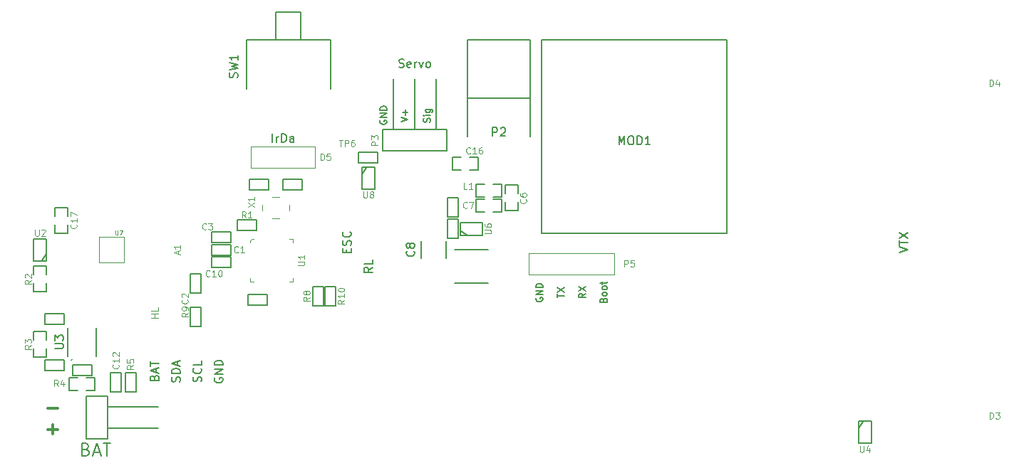
<source format=gbr>
G04 #@! TF.FileFunction,Legend,Top*
%FSLAX46Y46*%
G04 Gerber Fmt 4.6, Leading zero omitted, Abs format (unit mm)*
G04 Created by KiCad (PCBNEW 4.0.2+dfsg1-stable) date mer. 17 juil. 2019 11:13:31 CEST*
%MOMM*%
G01*
G04 APERTURE LIST*
%ADD10C,0.100000*%
%ADD11C,0.152400*%
%ADD12C,0.203200*%
%ADD13C,0.101600*%
%ADD14C,0.300000*%
%ADD15C,0.150000*%
%ADD16C,0.127000*%
%ADD17C,0.050000*%
%ADD18C,0.076200*%
%ADD19C,0.125000*%
G04 APERTURE END LIST*
D10*
D11*
X157432857Y-110985238D02*
X157470952Y-110870952D01*
X157509048Y-110832857D01*
X157585238Y-110794762D01*
X157699524Y-110794762D01*
X157775714Y-110832857D01*
X157813810Y-110870952D01*
X157851905Y-110947143D01*
X157851905Y-111251905D01*
X157051905Y-111251905D01*
X157051905Y-110985238D01*
X157090000Y-110909048D01*
X157128095Y-110870952D01*
X157204286Y-110832857D01*
X157280476Y-110832857D01*
X157356667Y-110870952D01*
X157394762Y-110909048D01*
X157432857Y-110985238D01*
X157432857Y-111251905D01*
X157851905Y-110337619D02*
X157813810Y-110413810D01*
X157775714Y-110451905D01*
X157699524Y-110490000D01*
X157470952Y-110490000D01*
X157394762Y-110451905D01*
X157356667Y-110413810D01*
X157318571Y-110337619D01*
X157318571Y-110223333D01*
X157356667Y-110147143D01*
X157394762Y-110109048D01*
X157470952Y-110070952D01*
X157699524Y-110070952D01*
X157775714Y-110109048D01*
X157813810Y-110147143D01*
X157851905Y-110223333D01*
X157851905Y-110337619D01*
X157851905Y-109613809D02*
X157813810Y-109690000D01*
X157775714Y-109728095D01*
X157699524Y-109766190D01*
X157470952Y-109766190D01*
X157394762Y-109728095D01*
X157356667Y-109690000D01*
X157318571Y-109613809D01*
X157318571Y-109499523D01*
X157356667Y-109423333D01*
X157394762Y-109385238D01*
X157470952Y-109347142D01*
X157699524Y-109347142D01*
X157775714Y-109385238D01*
X157813810Y-109423333D01*
X157851905Y-109499523D01*
X157851905Y-109613809D01*
X157318571Y-109118571D02*
X157318571Y-108813809D01*
X157051905Y-109004285D02*
X157737619Y-109004285D01*
X157813810Y-108966190D01*
X157851905Y-108889999D01*
X157851905Y-108813809D01*
X155311905Y-110213333D02*
X154930952Y-110480000D01*
X155311905Y-110670476D02*
X154511905Y-110670476D01*
X154511905Y-110365714D01*
X154550000Y-110289523D01*
X154588095Y-110251428D01*
X154664286Y-110213333D01*
X154778571Y-110213333D01*
X154854762Y-110251428D01*
X154892857Y-110289523D01*
X154930952Y-110365714D01*
X154930952Y-110670476D01*
X154511905Y-109946666D02*
X155311905Y-109413333D01*
X154511905Y-109413333D02*
X155311905Y-109946666D01*
X151981905Y-110699524D02*
X151981905Y-110242381D01*
X152781905Y-110470952D02*
X151981905Y-110470952D01*
X151981905Y-110051904D02*
X152781905Y-109518571D01*
X151981905Y-109518571D02*
X152781905Y-110051904D01*
X149450000Y-110729523D02*
X149411905Y-110805714D01*
X149411905Y-110919999D01*
X149450000Y-111034285D01*
X149526190Y-111110476D01*
X149602381Y-111148571D01*
X149754762Y-111186666D01*
X149869048Y-111186666D01*
X150021429Y-111148571D01*
X150097619Y-111110476D01*
X150173810Y-111034285D01*
X150211905Y-110919999D01*
X150211905Y-110843809D01*
X150173810Y-110729523D01*
X150135714Y-110691428D01*
X149869048Y-110691428D01*
X149869048Y-110843809D01*
X150211905Y-110348571D02*
X149411905Y-110348571D01*
X150211905Y-109891428D01*
X149411905Y-109891428D01*
X150211905Y-109510476D02*
X149411905Y-109510476D01*
X149411905Y-109320000D01*
X149450000Y-109205714D01*
X149526190Y-109129523D01*
X149602381Y-109091428D01*
X149754762Y-109053333D01*
X149869048Y-109053333D01*
X150021429Y-109091428D01*
X150097619Y-109129523D01*
X150173810Y-109205714D01*
X150211905Y-109320000D01*
X150211905Y-109510476D01*
D12*
X133152857Y-83264762D02*
X133295714Y-83312381D01*
X133533810Y-83312381D01*
X133629048Y-83264762D01*
X133676667Y-83217143D01*
X133724286Y-83121905D01*
X133724286Y-83026667D01*
X133676667Y-82931429D01*
X133629048Y-82883810D01*
X133533810Y-82836190D01*
X133343333Y-82788571D01*
X133248095Y-82740952D01*
X133200476Y-82693333D01*
X133152857Y-82598095D01*
X133152857Y-82502857D01*
X133200476Y-82407619D01*
X133248095Y-82360000D01*
X133343333Y-82312381D01*
X133581429Y-82312381D01*
X133724286Y-82360000D01*
X134533810Y-83264762D02*
X134438572Y-83312381D01*
X134248095Y-83312381D01*
X134152857Y-83264762D01*
X134105238Y-83169524D01*
X134105238Y-82788571D01*
X134152857Y-82693333D01*
X134248095Y-82645714D01*
X134438572Y-82645714D01*
X134533810Y-82693333D01*
X134581429Y-82788571D01*
X134581429Y-82883810D01*
X134105238Y-82979048D01*
X135010000Y-83312381D02*
X135010000Y-82645714D01*
X135010000Y-82836190D02*
X135057619Y-82740952D01*
X135105238Y-82693333D01*
X135200476Y-82645714D01*
X135295715Y-82645714D01*
X135533810Y-82645714D02*
X135771905Y-83312381D01*
X136010001Y-82645714D01*
X136533810Y-83312381D02*
X136438572Y-83264762D01*
X136390953Y-83217143D01*
X136343334Y-83121905D01*
X136343334Y-82836190D01*
X136390953Y-82740952D01*
X136438572Y-82693333D01*
X136533810Y-82645714D01*
X136676668Y-82645714D01*
X136771906Y-82693333D01*
X136819525Y-82740952D01*
X136867144Y-82836190D01*
X136867144Y-83121905D01*
X136819525Y-83217143D01*
X136771906Y-83264762D01*
X136676668Y-83312381D01*
X136533810Y-83312381D01*
D11*
X130930000Y-89609523D02*
X130891905Y-89685714D01*
X130891905Y-89799999D01*
X130930000Y-89914285D01*
X131006190Y-89990476D01*
X131082381Y-90028571D01*
X131234762Y-90066666D01*
X131349048Y-90066666D01*
X131501429Y-90028571D01*
X131577619Y-89990476D01*
X131653810Y-89914285D01*
X131691905Y-89799999D01*
X131691905Y-89723809D01*
X131653810Y-89609523D01*
X131615714Y-89571428D01*
X131349048Y-89571428D01*
X131349048Y-89723809D01*
X131691905Y-89228571D02*
X130891905Y-89228571D01*
X131691905Y-88771428D01*
X130891905Y-88771428D01*
X131691905Y-88390476D02*
X130891905Y-88390476D01*
X130891905Y-88200000D01*
X130930000Y-88085714D01*
X131006190Y-88009523D01*
X131082381Y-87971428D01*
X131234762Y-87933333D01*
X131349048Y-87933333D01*
X131501429Y-87971428D01*
X131577619Y-88009523D01*
X131653810Y-88085714D01*
X131691905Y-88200000D01*
X131691905Y-88390476D01*
X133371905Y-89751905D02*
X134171905Y-89485238D01*
X133371905Y-89218571D01*
X133867143Y-88951905D02*
X133867143Y-88342381D01*
X134171905Y-88647143D02*
X133562381Y-88647143D01*
X136813810Y-89800952D02*
X136851905Y-89686666D01*
X136851905Y-89496190D01*
X136813810Y-89420000D01*
X136775714Y-89381904D01*
X136699524Y-89343809D01*
X136623333Y-89343809D01*
X136547143Y-89381904D01*
X136509048Y-89420000D01*
X136470952Y-89496190D01*
X136432857Y-89648571D01*
X136394762Y-89724762D01*
X136356667Y-89762857D01*
X136280476Y-89800952D01*
X136204286Y-89800952D01*
X136128095Y-89762857D01*
X136090000Y-89724762D01*
X136051905Y-89648571D01*
X136051905Y-89458095D01*
X136090000Y-89343809D01*
X136851905Y-89000952D02*
X136318571Y-89000952D01*
X136051905Y-89000952D02*
X136090000Y-89039047D01*
X136128095Y-89000952D01*
X136090000Y-88962857D01*
X136051905Y-89000952D01*
X136128095Y-89000952D01*
X136318571Y-88277143D02*
X136966190Y-88277143D01*
X137042381Y-88315238D01*
X137080476Y-88353333D01*
X137118571Y-88429524D01*
X137118571Y-88543809D01*
X137080476Y-88620000D01*
X136813810Y-88277143D02*
X136851905Y-88353333D01*
X136851905Y-88505714D01*
X136813810Y-88581905D01*
X136775714Y-88620000D01*
X136699524Y-88658095D01*
X136470952Y-88658095D01*
X136394762Y-88620000D01*
X136356667Y-88581905D01*
X136318571Y-88505714D01*
X136318571Y-88353333D01*
X136356667Y-88277143D01*
X129972381Y-107095238D02*
X129496190Y-107428572D01*
X129972381Y-107666667D02*
X128972381Y-107666667D01*
X128972381Y-107285714D01*
X129020000Y-107190476D01*
X129067619Y-107142857D01*
X129162857Y-107095238D01*
X129305714Y-107095238D01*
X129400952Y-107142857D01*
X129448571Y-107190476D01*
X129496190Y-107285714D01*
X129496190Y-107666667D01*
X129972381Y-106190476D02*
X129972381Y-106666667D01*
X128972381Y-106666667D01*
D13*
X104491905Y-113092381D02*
X103691905Y-113092381D01*
X104072857Y-113092381D02*
X104072857Y-112635238D01*
X104491905Y-112635238D02*
X103691905Y-112635238D01*
X104491905Y-111873333D02*
X104491905Y-112254286D01*
X103691905Y-112254286D01*
D11*
X126908571Y-105320476D02*
X126908571Y-104987142D01*
X127432381Y-104844285D02*
X127432381Y-105320476D01*
X126432381Y-105320476D01*
X126432381Y-104844285D01*
X127384762Y-104463333D02*
X127432381Y-104320476D01*
X127432381Y-104082380D01*
X127384762Y-103987142D01*
X127337143Y-103939523D01*
X127241905Y-103891904D01*
X127146667Y-103891904D01*
X127051429Y-103939523D01*
X127003810Y-103987142D01*
X126956190Y-104082380D01*
X126908571Y-104272857D01*
X126860952Y-104368095D01*
X126813333Y-104415714D01*
X126718095Y-104463333D01*
X126622857Y-104463333D01*
X126527619Y-104415714D01*
X126480000Y-104368095D01*
X126432381Y-104272857D01*
X126432381Y-104034761D01*
X126480000Y-103891904D01*
X127337143Y-102891904D02*
X127384762Y-102939523D01*
X127432381Y-103082380D01*
X127432381Y-103177618D01*
X127384762Y-103320476D01*
X127289524Y-103415714D01*
X127194286Y-103463333D01*
X127003810Y-103510952D01*
X126860952Y-103510952D01*
X126670476Y-103463333D01*
X126575238Y-103415714D01*
X126480000Y-103320476D01*
X126432381Y-103177618D01*
X126432381Y-103082380D01*
X126480000Y-102939523D01*
X126527619Y-102891904D01*
X118108095Y-92202381D02*
X118108095Y-91202381D01*
X118584285Y-92202381D02*
X118584285Y-91535714D01*
X118584285Y-91726190D02*
X118631904Y-91630952D01*
X118679523Y-91583333D01*
X118774761Y-91535714D01*
X118870000Y-91535714D01*
X119203333Y-92202381D02*
X119203333Y-91202381D01*
X119441428Y-91202381D01*
X119584286Y-91250000D01*
X119679524Y-91345238D01*
X119727143Y-91440476D01*
X119774762Y-91630952D01*
X119774762Y-91773810D01*
X119727143Y-91964286D01*
X119679524Y-92059524D01*
X119584286Y-92154762D01*
X119441428Y-92202381D01*
X119203333Y-92202381D01*
X120631905Y-92202381D02*
X120631905Y-91678571D01*
X120584286Y-91583333D01*
X120489048Y-91535714D01*
X120298571Y-91535714D01*
X120203333Y-91583333D01*
X120631905Y-92154762D02*
X120536667Y-92202381D01*
X120298571Y-92202381D01*
X120203333Y-92154762D01*
X120155714Y-92059524D01*
X120155714Y-91964286D01*
X120203333Y-91869048D01*
X120298571Y-91821429D01*
X120536667Y-91821429D01*
X120631905Y-91773810D01*
X104068571Y-120238095D02*
X104116190Y-120095238D01*
X104163810Y-120047619D01*
X104259048Y-120000000D01*
X104401905Y-120000000D01*
X104497143Y-120047619D01*
X104544762Y-120095238D01*
X104592381Y-120190476D01*
X104592381Y-120571429D01*
X103592381Y-120571429D01*
X103592381Y-120238095D01*
X103640000Y-120142857D01*
X103687619Y-120095238D01*
X103782857Y-120047619D01*
X103878095Y-120047619D01*
X103973333Y-120095238D01*
X104020952Y-120142857D01*
X104068571Y-120238095D01*
X104068571Y-120571429D01*
X104306667Y-119619048D02*
X104306667Y-119142857D01*
X104592381Y-119714286D02*
X103592381Y-119380953D01*
X104592381Y-119047619D01*
X103592381Y-118857143D02*
X103592381Y-118285714D01*
X104592381Y-118571429D02*
X103592381Y-118571429D01*
X107084762Y-120714286D02*
X107132381Y-120571429D01*
X107132381Y-120333333D01*
X107084762Y-120238095D01*
X107037143Y-120190476D01*
X106941905Y-120142857D01*
X106846667Y-120142857D01*
X106751429Y-120190476D01*
X106703810Y-120238095D01*
X106656190Y-120333333D01*
X106608571Y-120523810D01*
X106560952Y-120619048D01*
X106513333Y-120666667D01*
X106418095Y-120714286D01*
X106322857Y-120714286D01*
X106227619Y-120666667D01*
X106180000Y-120619048D01*
X106132381Y-120523810D01*
X106132381Y-120285714D01*
X106180000Y-120142857D01*
X107132381Y-119714286D02*
X106132381Y-119714286D01*
X106132381Y-119476191D01*
X106180000Y-119333333D01*
X106275238Y-119238095D01*
X106370476Y-119190476D01*
X106560952Y-119142857D01*
X106703810Y-119142857D01*
X106894286Y-119190476D01*
X106989524Y-119238095D01*
X107084762Y-119333333D01*
X107132381Y-119476191D01*
X107132381Y-119714286D01*
X106846667Y-118761905D02*
X106846667Y-118285714D01*
X107132381Y-118857143D02*
X106132381Y-118523810D01*
X107132381Y-118190476D01*
X109624762Y-120690476D02*
X109672381Y-120547619D01*
X109672381Y-120309523D01*
X109624762Y-120214285D01*
X109577143Y-120166666D01*
X109481905Y-120119047D01*
X109386667Y-120119047D01*
X109291429Y-120166666D01*
X109243810Y-120214285D01*
X109196190Y-120309523D01*
X109148571Y-120500000D01*
X109100952Y-120595238D01*
X109053333Y-120642857D01*
X108958095Y-120690476D01*
X108862857Y-120690476D01*
X108767619Y-120642857D01*
X108720000Y-120595238D01*
X108672381Y-120500000D01*
X108672381Y-120261904D01*
X108720000Y-120119047D01*
X109577143Y-119119047D02*
X109624762Y-119166666D01*
X109672381Y-119309523D01*
X109672381Y-119404761D01*
X109624762Y-119547619D01*
X109529524Y-119642857D01*
X109434286Y-119690476D01*
X109243810Y-119738095D01*
X109100952Y-119738095D01*
X108910476Y-119690476D01*
X108815238Y-119642857D01*
X108720000Y-119547619D01*
X108672381Y-119404761D01*
X108672381Y-119309523D01*
X108720000Y-119166666D01*
X108767619Y-119119047D01*
X109672381Y-118214285D02*
X109672381Y-118690476D01*
X108672381Y-118690476D01*
X111260000Y-120261904D02*
X111212381Y-120357142D01*
X111212381Y-120499999D01*
X111260000Y-120642857D01*
X111355238Y-120738095D01*
X111450476Y-120785714D01*
X111640952Y-120833333D01*
X111783810Y-120833333D01*
X111974286Y-120785714D01*
X112069524Y-120738095D01*
X112164762Y-120642857D01*
X112212381Y-120499999D01*
X112212381Y-120404761D01*
X112164762Y-120261904D01*
X112117143Y-120214285D01*
X111783810Y-120214285D01*
X111783810Y-120404761D01*
X112212381Y-119785714D02*
X111212381Y-119785714D01*
X112212381Y-119214285D01*
X111212381Y-119214285D01*
X112212381Y-118738095D02*
X111212381Y-118738095D01*
X111212381Y-118500000D01*
X111260000Y-118357142D01*
X111355238Y-118261904D01*
X111450476Y-118214285D01*
X111640952Y-118166666D01*
X111783810Y-118166666D01*
X111974286Y-118214285D01*
X112069524Y-118261904D01*
X112164762Y-118357142D01*
X112212381Y-118500000D01*
X112212381Y-118738095D01*
X192602381Y-105330476D02*
X193602381Y-104997143D01*
X192602381Y-104663809D01*
X192602381Y-104473333D02*
X192602381Y-103901904D01*
X193602381Y-104187619D02*
X192602381Y-104187619D01*
X192602381Y-103663809D02*
X193602381Y-102997142D01*
X192602381Y-102997142D02*
X193602381Y-103663809D01*
D14*
X91428572Y-126377143D02*
X92571429Y-126377143D01*
X92000000Y-126948571D02*
X92000000Y-125805714D01*
X91438572Y-123837143D02*
X92581429Y-123837143D01*
D15*
X148700000Y-87000000D02*
X141300000Y-87000000D01*
X141300000Y-91500000D02*
X141300000Y-80000000D01*
X141300000Y-80000000D02*
X148700000Y-80000000D01*
X148700000Y-80000000D02*
X148700000Y-91500000D01*
D16*
X91262000Y-109008000D02*
X91262000Y-110024000D01*
X91262000Y-110024000D02*
X89738000Y-110024000D01*
X89738000Y-110024000D02*
X89738000Y-109008000D01*
X89738000Y-107992000D02*
X89738000Y-106976000D01*
X89738000Y-106976000D02*
X91262000Y-106976000D01*
X91262000Y-106976000D02*
X91262000Y-107992000D01*
X91262000Y-105508000D02*
X90754000Y-106270000D01*
X91262000Y-103730000D02*
X91262000Y-106333500D01*
X91262000Y-106333500D02*
X89738000Y-106333500D01*
X89738000Y-106333500D02*
X89738000Y-103730000D01*
X89738000Y-103730000D02*
X91262000Y-103730000D01*
D15*
X98540000Y-123730000D02*
X104540000Y-123730000D01*
X98540000Y-126270000D02*
X104540000Y-126270000D01*
X96000000Y-127540000D02*
X96000000Y-122460000D01*
X96000000Y-122460000D02*
X98540000Y-122460000D01*
X98540000Y-122460000D02*
X98540000Y-127540000D01*
X98540000Y-127540000D02*
X96000000Y-127540000D01*
X150100000Y-80030000D02*
X172100000Y-80030000D01*
X172100000Y-80030000D02*
X172100000Y-103030000D01*
X172100000Y-103030000D02*
X150100000Y-103030000D01*
X150100000Y-103030000D02*
X150100000Y-80030000D01*
D16*
X110857000Y-104365000D02*
X113143000Y-104365000D01*
X113143000Y-104365000D02*
X113143000Y-105635000D01*
X113143000Y-105635000D02*
X110857000Y-105635000D01*
X110857000Y-105635000D02*
X110857000Y-104365000D01*
X108365000Y-110143000D02*
X108365000Y-107857000D01*
X108365000Y-107857000D02*
X109635000Y-107857000D01*
X109635000Y-107857000D02*
X109635000Y-110143000D01*
X109635000Y-110143000D02*
X108365000Y-110143000D01*
X113143000Y-104135000D02*
X110857000Y-104135000D01*
X110857000Y-104135000D02*
X110857000Y-102865000D01*
X110857000Y-102865000D02*
X113143000Y-102865000D01*
X113143000Y-102865000D02*
X113143000Y-104135000D01*
X116193000Y-102745000D02*
X113907000Y-102745000D01*
X113907000Y-102745000D02*
X113907000Y-101475000D01*
X113907000Y-101475000D02*
X116193000Y-101475000D01*
X116193000Y-101475000D02*
X116193000Y-102745000D01*
D10*
X118900000Y-98750000D02*
X118100000Y-98750000D01*
X118900000Y-101250000D02*
X118100000Y-101250000D01*
X116900000Y-100300000D02*
X116900000Y-99700000D01*
X120100000Y-99700000D02*
X120100000Y-100300000D01*
D16*
X117643000Y-97885000D02*
X115357000Y-97885000D01*
X115357000Y-97885000D02*
X115357000Y-96615000D01*
X115357000Y-96615000D02*
X117643000Y-96615000D01*
X117643000Y-96615000D02*
X117643000Y-97885000D01*
X119357000Y-96615000D02*
X121643000Y-96615000D01*
X121643000Y-96615000D02*
X121643000Y-97885000D01*
X121643000Y-97885000D02*
X119357000Y-97885000D01*
X119357000Y-97885000D02*
X119357000Y-96615000D01*
X113143000Y-107135000D02*
X110857000Y-107135000D01*
X110857000Y-107135000D02*
X110857000Y-105865000D01*
X110857000Y-105865000D02*
X113143000Y-105865000D01*
X113143000Y-105865000D02*
X113143000Y-107135000D01*
X117523000Y-111635000D02*
X115237000Y-111635000D01*
X115237000Y-111635000D02*
X115237000Y-110365000D01*
X115237000Y-110365000D02*
X117523000Y-110365000D01*
X117523000Y-110365000D02*
X117523000Y-111635000D01*
D15*
X121500000Y-79990000D02*
X121500000Y-76690000D01*
X121500000Y-76690000D02*
X118500000Y-76690000D01*
X118500000Y-76690000D02*
X118500000Y-79990000D01*
X115000000Y-85890000D02*
X115000000Y-79990000D01*
X115000000Y-79990000D02*
X125000000Y-79990000D01*
X125000000Y-79990000D02*
X125000000Y-85890000D01*
D16*
X98865000Y-121893000D02*
X98865000Y-119607000D01*
X98865000Y-119607000D02*
X100135000Y-119607000D01*
X100135000Y-119607000D02*
X100135000Y-121893000D01*
X100135000Y-121893000D02*
X98865000Y-121893000D01*
X101885000Y-119607000D02*
X101885000Y-121893000D01*
X101885000Y-121893000D02*
X100615000Y-121893000D01*
X100615000Y-121893000D02*
X100615000Y-119607000D01*
X100615000Y-119607000D02*
X101885000Y-119607000D01*
X94942000Y-121762000D02*
X93926000Y-121762000D01*
X93926000Y-121762000D02*
X93926000Y-120238000D01*
X93926000Y-120238000D02*
X94942000Y-120238000D01*
X95958000Y-120238000D02*
X96974000Y-120238000D01*
X96974000Y-120238000D02*
X96974000Y-121762000D01*
X96974000Y-121762000D02*
X95958000Y-121762000D01*
D15*
X132460000Y-90710000D02*
X132460000Y-84710000D01*
X135000000Y-90710000D02*
X135000000Y-84710000D01*
X137540000Y-90710000D02*
X137540000Y-84710000D01*
X138810000Y-93250000D02*
X131190000Y-93250000D01*
X131190000Y-93250000D02*
X131190000Y-90710000D01*
X131190000Y-90710000D02*
X138810000Y-90710000D01*
X138810000Y-90710000D02*
X138810000Y-93250000D01*
D16*
X187738000Y-126262000D02*
X188246000Y-125500000D01*
X187738000Y-128040000D02*
X187738000Y-125436500D01*
X187738000Y-125436500D02*
X189262000Y-125436500D01*
X189262000Y-125436500D02*
X189262000Y-128040000D01*
X189262000Y-128040000D02*
X187738000Y-128040000D01*
X145758000Y-98342000D02*
X145758000Y-97326000D01*
X145758000Y-97326000D02*
X147282000Y-97326000D01*
X147282000Y-97326000D02*
X147282000Y-98342000D01*
X147282000Y-99358000D02*
X147282000Y-100374000D01*
X147282000Y-100374000D02*
X145758000Y-100374000D01*
X145758000Y-100374000D02*
X145758000Y-99358000D01*
X143292000Y-100472000D02*
X142276000Y-100472000D01*
X142276000Y-100472000D02*
X142276000Y-98948000D01*
X142276000Y-98948000D02*
X143292000Y-98948000D01*
X144308000Y-98948000D02*
X145324000Y-98948000D01*
X145324000Y-98948000D02*
X145324000Y-100472000D01*
X145324000Y-100472000D02*
X144308000Y-100472000D01*
D15*
X135775000Y-104000000D02*
X135775000Y-106000000D01*
X138725000Y-106000000D02*
X138725000Y-104000000D01*
X143750000Y-105000000D02*
X139750000Y-105000000D01*
X143750000Y-109000000D02*
X139750000Y-109000000D01*
D16*
X138865000Y-103643000D02*
X138865000Y-101357000D01*
X138865000Y-101357000D02*
X140135000Y-101357000D01*
X140135000Y-101357000D02*
X140135000Y-103643000D01*
X140135000Y-103643000D02*
X138865000Y-103643000D01*
X138865000Y-101103000D02*
X138865000Y-98817000D01*
X138865000Y-98817000D02*
X140135000Y-98817000D01*
X140135000Y-98817000D02*
X140135000Y-101103000D01*
X140135000Y-101103000D02*
X138865000Y-101103000D01*
D17*
X100500000Y-103500000D02*
X100500000Y-106500000D01*
X100500000Y-106500000D02*
X97500000Y-106500000D01*
X97500000Y-106500000D02*
X97500000Y-103500000D01*
X97500000Y-103500000D02*
X100500000Y-103500000D01*
D13*
X115485400Y-104116400D02*
X115485400Y-103913200D01*
X115485400Y-103913200D02*
X115663200Y-103735400D01*
X115663200Y-103735400D02*
X115866400Y-103735400D01*
X120514600Y-103735400D02*
X120133600Y-103735400D01*
X120514600Y-103735400D02*
X120514600Y-104116400D01*
X120514600Y-108764600D02*
X120514600Y-108383600D01*
X120514600Y-108764600D02*
X120133600Y-108764600D01*
X115485400Y-108764600D02*
X115866400Y-108764600D01*
X115485400Y-108764600D02*
X115485400Y-108383600D01*
D16*
X124135000Y-109357000D02*
X124135000Y-111643000D01*
X124135000Y-111643000D02*
X122865000Y-111643000D01*
X122865000Y-111643000D02*
X122865000Y-109357000D01*
X122865000Y-109357000D02*
X124135000Y-109357000D01*
X108365000Y-114143000D02*
X108365000Y-111857000D01*
X108365000Y-111857000D02*
X109635000Y-111857000D01*
X109635000Y-111857000D02*
X109635000Y-114143000D01*
X109635000Y-114143000D02*
X108365000Y-114143000D01*
X125645000Y-109357000D02*
X125645000Y-111643000D01*
X125645000Y-111643000D02*
X124375000Y-111643000D01*
X124375000Y-111643000D02*
X124375000Y-109357000D01*
X124375000Y-109357000D02*
X125645000Y-109357000D01*
X93393000Y-119385000D02*
X91107000Y-119385000D01*
X91107000Y-119385000D02*
X91107000Y-118115000D01*
X91107000Y-118115000D02*
X93393000Y-118115000D01*
X93393000Y-118115000D02*
X93393000Y-119385000D01*
X94367000Y-118715000D02*
X96653000Y-118715000D01*
X96653000Y-118715000D02*
X96653000Y-119985000D01*
X96653000Y-119985000D02*
X94367000Y-119985000D01*
X94367000Y-119985000D02*
X94367000Y-118715000D01*
D11*
X97126400Y-117676400D02*
X97126400Y-114323600D01*
X93773600Y-114323600D02*
X93773600Y-117676400D01*
X94300749Y-118098958D02*
G75*
G03X94173800Y-118155800I-50749J-56842D01*
G01*
D10*
X115570000Y-92710000D02*
X123190000Y-92710000D01*
X123190000Y-92710000D02*
X123190000Y-95250000D01*
X123190000Y-95250000D02*
X115570000Y-95250000D01*
X115570000Y-95250000D02*
X115570000Y-92710000D01*
D16*
X128738000Y-95992000D02*
X129246000Y-95230000D01*
X128738000Y-97770000D02*
X128738000Y-95166500D01*
X128738000Y-95166500D02*
X130262000Y-95166500D01*
X130262000Y-95166500D02*
X130262000Y-97770000D01*
X130262000Y-97770000D02*
X128738000Y-97770000D01*
X130643000Y-94635000D02*
X128357000Y-94635000D01*
X128357000Y-94635000D02*
X128357000Y-93365000D01*
X128357000Y-93365000D02*
X130643000Y-93365000D01*
X130643000Y-93365000D02*
X130643000Y-94635000D01*
X140492000Y-95512000D02*
X139476000Y-95512000D01*
X139476000Y-95512000D02*
X139476000Y-93988000D01*
X139476000Y-93988000D02*
X140492000Y-93988000D01*
X141508000Y-93988000D02*
X142524000Y-93988000D01*
X142524000Y-93988000D02*
X142524000Y-95512000D01*
X142524000Y-95512000D02*
X141508000Y-95512000D01*
X93762000Y-102008000D02*
X93762000Y-103024000D01*
X93762000Y-103024000D02*
X92238000Y-103024000D01*
X92238000Y-103024000D02*
X92238000Y-102008000D01*
X92238000Y-100992000D02*
X92238000Y-99976000D01*
X92238000Y-99976000D02*
X93762000Y-99976000D01*
X93762000Y-99976000D02*
X93762000Y-100992000D01*
X144308000Y-97228000D02*
X145324000Y-97228000D01*
X145324000Y-97228000D02*
X145324000Y-98752000D01*
X145324000Y-98752000D02*
X144308000Y-98752000D01*
X143292000Y-98752000D02*
X142276000Y-98752000D01*
X142276000Y-98752000D02*
X142276000Y-97228000D01*
X142276000Y-97228000D02*
X143292000Y-97228000D01*
X141242000Y-103262000D02*
X140480000Y-102754000D01*
X143020000Y-103262000D02*
X140416500Y-103262000D01*
X140416500Y-103262000D02*
X140416500Y-101738000D01*
X140416500Y-101738000D02*
X143020000Y-101738000D01*
X143020000Y-101738000D02*
X143020000Y-103262000D01*
D10*
X148590000Y-105410000D02*
X158750000Y-105410000D01*
X158750000Y-105410000D02*
X158750000Y-107950000D01*
X158750000Y-107950000D02*
X148590000Y-107950000D01*
X148590000Y-107950000D02*
X148590000Y-105410000D01*
D16*
X91262000Y-116758000D02*
X91262000Y-117774000D01*
X91262000Y-117774000D02*
X89738000Y-117774000D01*
X89738000Y-117774000D02*
X89738000Y-116758000D01*
X89738000Y-115742000D02*
X89738000Y-114726000D01*
X89738000Y-114726000D02*
X91262000Y-114726000D01*
X91262000Y-114726000D02*
X91262000Y-115742000D01*
X93393000Y-113895000D02*
X91107000Y-113895000D01*
X91107000Y-113895000D02*
X91107000Y-112625000D01*
X91107000Y-112625000D02*
X93393000Y-112625000D01*
X93393000Y-112625000D02*
X93393000Y-113895000D01*
D15*
X144261905Y-91472381D02*
X144261905Y-90472381D01*
X144642858Y-90472381D01*
X144738096Y-90520000D01*
X144785715Y-90567619D01*
X144833334Y-90662857D01*
X144833334Y-90805714D01*
X144785715Y-90900952D01*
X144738096Y-90948571D01*
X144642858Y-90996190D01*
X144261905Y-90996190D01*
X145214286Y-90567619D02*
X145261905Y-90520000D01*
X145357143Y-90472381D01*
X145595239Y-90472381D01*
X145690477Y-90520000D01*
X145738096Y-90567619D01*
X145785715Y-90662857D01*
X145785715Y-90758095D01*
X145738096Y-90900952D01*
X145166667Y-91472381D01*
X145785715Y-91472381D01*
D13*
X89444714Y-108627000D02*
X89081857Y-108881000D01*
X89444714Y-109062428D02*
X88682714Y-109062428D01*
X88682714Y-108772143D01*
X88719000Y-108699571D01*
X88755286Y-108663286D01*
X88827857Y-108627000D01*
X88936714Y-108627000D01*
X89009286Y-108663286D01*
X89045571Y-108699571D01*
X89081857Y-108772143D01*
X89081857Y-109062428D01*
X88755286Y-108336714D02*
X88719000Y-108300428D01*
X88682714Y-108227857D01*
X88682714Y-108046428D01*
X88719000Y-107973857D01*
X88755286Y-107937571D01*
X88827857Y-107901286D01*
X88900429Y-107901286D01*
X89009286Y-107937571D01*
X89444714Y-108373000D01*
X89444714Y-107901286D01*
D18*
X89919429Y-102583734D02*
X89919429Y-103200591D01*
X89955714Y-103273163D01*
X89992000Y-103309449D01*
X90064571Y-103345734D01*
X90209714Y-103345734D01*
X90282286Y-103309449D01*
X90318571Y-103273163D01*
X90354857Y-103200591D01*
X90354857Y-102583734D01*
X90681429Y-102656306D02*
X90717715Y-102620020D01*
X90790286Y-102583734D01*
X90971715Y-102583734D01*
X91044286Y-102620020D01*
X91080572Y-102656306D01*
X91116857Y-102728877D01*
X91116857Y-102801449D01*
X91080572Y-102910306D01*
X90645143Y-103345734D01*
X91116857Y-103345734D01*
D12*
X95932858Y-128772857D02*
X96147144Y-128844286D01*
X96218572Y-128915714D01*
X96290001Y-129058571D01*
X96290001Y-129272857D01*
X96218572Y-129415714D01*
X96147144Y-129487143D01*
X96004286Y-129558571D01*
X95432858Y-129558571D01*
X95432858Y-128058571D01*
X95932858Y-128058571D01*
X96075715Y-128130000D01*
X96147144Y-128201429D01*
X96218572Y-128344286D01*
X96218572Y-128487143D01*
X96147144Y-128630000D01*
X96075715Y-128701429D01*
X95932858Y-128772857D01*
X95432858Y-128772857D01*
X96861429Y-129130000D02*
X97575715Y-129130000D01*
X96718572Y-129558571D02*
X97218572Y-128058571D01*
X97718572Y-129558571D01*
X98004286Y-128058571D02*
X98861429Y-128058571D01*
X98432858Y-129558571D02*
X98432858Y-128058571D01*
D15*
X159266667Y-92482381D02*
X159266667Y-91482381D01*
X159600001Y-92196667D01*
X159933334Y-91482381D01*
X159933334Y-92482381D01*
X160600000Y-91482381D02*
X160790477Y-91482381D01*
X160885715Y-91530000D01*
X160980953Y-91625238D01*
X161028572Y-91815714D01*
X161028572Y-92149048D01*
X160980953Y-92339524D01*
X160885715Y-92434762D01*
X160790477Y-92482381D01*
X160600000Y-92482381D01*
X160504762Y-92434762D01*
X160409524Y-92339524D01*
X160361905Y-92149048D01*
X160361905Y-91815714D01*
X160409524Y-91625238D01*
X160504762Y-91530000D01*
X160600000Y-91482381D01*
X161457143Y-92482381D02*
X161457143Y-91482381D01*
X161695238Y-91482381D01*
X161838096Y-91530000D01*
X161933334Y-91625238D01*
X161980953Y-91720476D01*
X162028572Y-91910952D01*
X162028572Y-92053810D01*
X161980953Y-92244286D01*
X161933334Y-92339524D01*
X161838096Y-92434762D01*
X161695238Y-92482381D01*
X161457143Y-92482381D01*
X162980953Y-92482381D02*
X162409524Y-92482381D01*
X162695238Y-92482381D02*
X162695238Y-91482381D01*
X162600000Y-91625238D01*
X162504762Y-91720476D01*
X162409524Y-91768095D01*
D13*
X106927000Y-105544285D02*
X106927000Y-105181428D01*
X107144714Y-105616857D02*
X106382714Y-105362857D01*
X107144714Y-105108857D01*
X107144714Y-104455714D02*
X107144714Y-104891142D01*
X107144714Y-104673428D02*
X106382714Y-104673428D01*
X106491571Y-104745999D01*
X106564143Y-104818571D01*
X106600429Y-104891142D01*
X114023000Y-105272143D02*
X113986714Y-105308429D01*
X113877857Y-105344714D01*
X113805286Y-105344714D01*
X113696429Y-105308429D01*
X113623857Y-105235857D01*
X113587572Y-105163286D01*
X113551286Y-105018143D01*
X113551286Y-104909286D01*
X113587572Y-104764143D01*
X113623857Y-104691571D01*
X113696429Y-104619000D01*
X113805286Y-104582714D01*
X113877857Y-104582714D01*
X113986714Y-104619000D01*
X114023000Y-104655286D01*
X114748714Y-105344714D02*
X114313286Y-105344714D01*
X114531000Y-105344714D02*
X114531000Y-104582714D01*
X114458429Y-104691571D01*
X114385857Y-104764143D01*
X114313286Y-104800429D01*
X107992143Y-110937000D02*
X108028429Y-110973286D01*
X108064714Y-111082143D01*
X108064714Y-111154714D01*
X108028429Y-111263571D01*
X107955857Y-111336143D01*
X107883286Y-111372428D01*
X107738143Y-111408714D01*
X107629286Y-111408714D01*
X107484143Y-111372428D01*
X107411571Y-111336143D01*
X107339000Y-111263571D01*
X107302714Y-111154714D01*
X107302714Y-111082143D01*
X107339000Y-110973286D01*
X107375286Y-110937000D01*
X107375286Y-110646714D02*
X107339000Y-110610428D01*
X107302714Y-110537857D01*
X107302714Y-110356428D01*
X107339000Y-110283857D01*
X107375286Y-110247571D01*
X107447857Y-110211286D01*
X107520429Y-110211286D01*
X107629286Y-110247571D01*
X108064714Y-110683000D01*
X108064714Y-110211286D01*
X110233000Y-102522143D02*
X110196714Y-102558429D01*
X110087857Y-102594714D01*
X110015286Y-102594714D01*
X109906429Y-102558429D01*
X109833857Y-102485857D01*
X109797572Y-102413286D01*
X109761286Y-102268143D01*
X109761286Y-102159286D01*
X109797572Y-102014143D01*
X109833857Y-101941571D01*
X109906429Y-101869000D01*
X110015286Y-101832714D01*
X110087857Y-101832714D01*
X110196714Y-101869000D01*
X110233000Y-101905286D01*
X110487000Y-101832714D02*
X110958714Y-101832714D01*
X110704714Y-102123000D01*
X110813572Y-102123000D01*
X110886143Y-102159286D01*
X110922429Y-102195571D01*
X110958714Y-102268143D01*
X110958714Y-102449571D01*
X110922429Y-102522143D01*
X110886143Y-102558429D01*
X110813572Y-102594714D01*
X110595857Y-102594714D01*
X110523286Y-102558429D01*
X110487000Y-102522143D01*
X114923000Y-101214714D02*
X114669000Y-100851857D01*
X114487572Y-101214714D02*
X114487572Y-100452714D01*
X114777857Y-100452714D01*
X114850429Y-100489000D01*
X114886714Y-100525286D01*
X114923000Y-100597857D01*
X114923000Y-100706714D01*
X114886714Y-100779286D01*
X114850429Y-100815571D01*
X114777857Y-100851857D01*
X114487572Y-100851857D01*
X115648714Y-101214714D02*
X115213286Y-101214714D01*
X115431000Y-101214714D02*
X115431000Y-100452714D01*
X115358429Y-100561571D01*
X115285857Y-100634143D01*
X115213286Y-100670429D01*
D18*
X115182714Y-99946857D02*
X115944714Y-99438857D01*
X115182714Y-99438857D02*
X115944714Y-99946857D01*
X115944714Y-98749429D02*
X115944714Y-99184857D01*
X115944714Y-98967143D02*
X115182714Y-98967143D01*
X115291571Y-99039714D01*
X115364143Y-99112286D01*
X115400429Y-99184857D01*
D13*
X110650143Y-108122143D02*
X110613857Y-108158429D01*
X110505000Y-108194714D01*
X110432429Y-108194714D01*
X110323572Y-108158429D01*
X110251000Y-108085857D01*
X110214715Y-108013286D01*
X110178429Y-107868143D01*
X110178429Y-107759286D01*
X110214715Y-107614143D01*
X110251000Y-107541571D01*
X110323572Y-107469000D01*
X110432429Y-107432714D01*
X110505000Y-107432714D01*
X110613857Y-107469000D01*
X110650143Y-107505286D01*
X111375857Y-108194714D02*
X110940429Y-108194714D01*
X111158143Y-108194714D02*
X111158143Y-107432714D01*
X111085572Y-107541571D01*
X111013000Y-107614143D01*
X110940429Y-107650429D01*
X111847571Y-107432714D02*
X111920143Y-107432714D01*
X111992714Y-107469000D01*
X112029000Y-107505286D01*
X112065286Y-107577857D01*
X112101571Y-107723000D01*
X112101571Y-107904429D01*
X112065286Y-108049571D01*
X112029000Y-108122143D01*
X111992714Y-108158429D01*
X111920143Y-108194714D01*
X111847571Y-108194714D01*
X111775000Y-108158429D01*
X111738714Y-108122143D01*
X111702429Y-108049571D01*
X111666143Y-107904429D01*
X111666143Y-107723000D01*
X111702429Y-107577857D01*
X111738714Y-107505286D01*
X111775000Y-107469000D01*
X111847571Y-107432714D01*
D15*
X113934762Y-84513333D02*
X113982381Y-84370476D01*
X113982381Y-84132380D01*
X113934762Y-84037142D01*
X113887143Y-83989523D01*
X113791905Y-83941904D01*
X113696667Y-83941904D01*
X113601429Y-83989523D01*
X113553810Y-84037142D01*
X113506190Y-84132380D01*
X113458571Y-84322857D01*
X113410952Y-84418095D01*
X113363333Y-84465714D01*
X113268095Y-84513333D01*
X113172857Y-84513333D01*
X113077619Y-84465714D01*
X113030000Y-84418095D01*
X112982381Y-84322857D01*
X112982381Y-84084761D01*
X113030000Y-83941904D01*
X112982381Y-83608571D02*
X113982381Y-83370476D01*
X113268095Y-83179999D01*
X113982381Y-82989523D01*
X112982381Y-82751428D01*
X113982381Y-81846666D02*
X113982381Y-82418095D01*
X113982381Y-82132381D02*
X112982381Y-82132381D01*
X113125238Y-82227619D01*
X113220476Y-82322857D01*
X113268095Y-82418095D01*
D13*
X99772143Y-118679857D02*
X99808429Y-118716143D01*
X99844714Y-118825000D01*
X99844714Y-118897571D01*
X99808429Y-119006428D01*
X99735857Y-119079000D01*
X99663286Y-119115285D01*
X99518143Y-119151571D01*
X99409286Y-119151571D01*
X99264143Y-119115285D01*
X99191571Y-119079000D01*
X99119000Y-119006428D01*
X99082714Y-118897571D01*
X99082714Y-118825000D01*
X99119000Y-118716143D01*
X99155286Y-118679857D01*
X99844714Y-117954143D02*
X99844714Y-118389571D01*
X99844714Y-118171857D02*
X99082714Y-118171857D01*
X99191571Y-118244428D01*
X99264143Y-118317000D01*
X99300429Y-118389571D01*
X99155286Y-117663857D02*
X99119000Y-117627571D01*
X99082714Y-117555000D01*
X99082714Y-117373571D01*
X99119000Y-117301000D01*
X99155286Y-117264714D01*
X99227857Y-117228429D01*
X99300429Y-117228429D01*
X99409286Y-117264714D01*
X99844714Y-117700143D01*
X99844714Y-117228429D01*
X101604714Y-118747000D02*
X101241857Y-119001000D01*
X101604714Y-119182428D02*
X100842714Y-119182428D01*
X100842714Y-118892143D01*
X100879000Y-118819571D01*
X100915286Y-118783286D01*
X100987857Y-118747000D01*
X101096714Y-118747000D01*
X101169286Y-118783286D01*
X101205571Y-118819571D01*
X101241857Y-118892143D01*
X101241857Y-119182428D01*
X100842714Y-118057571D02*
X100842714Y-118420428D01*
X101205571Y-118456714D01*
X101169286Y-118420428D01*
X101133000Y-118347857D01*
X101133000Y-118166428D01*
X101169286Y-118093857D01*
X101205571Y-118057571D01*
X101278143Y-118021286D01*
X101459571Y-118021286D01*
X101532143Y-118057571D01*
X101568429Y-118093857D01*
X101604714Y-118166428D01*
X101604714Y-118347857D01*
X101568429Y-118420428D01*
X101532143Y-118456714D01*
X92643000Y-121274714D02*
X92389000Y-120911857D01*
X92207572Y-121274714D02*
X92207572Y-120512714D01*
X92497857Y-120512714D01*
X92570429Y-120549000D01*
X92606714Y-120585286D01*
X92643000Y-120657857D01*
X92643000Y-120766714D01*
X92606714Y-120839286D01*
X92570429Y-120875571D01*
X92497857Y-120911857D01*
X92207572Y-120911857D01*
X93296143Y-120766714D02*
X93296143Y-121274714D01*
X93114714Y-120476429D02*
X92933286Y-121020714D01*
X93405000Y-121020714D01*
X130644714Y-92562428D02*
X129882714Y-92562428D01*
X129882714Y-92272143D01*
X129919000Y-92199571D01*
X129955286Y-92163286D01*
X130027857Y-92127000D01*
X130136714Y-92127000D01*
X130209286Y-92163286D01*
X130245571Y-92199571D01*
X130281857Y-92272143D01*
X130281857Y-92562428D01*
X129882714Y-91873000D02*
X129882714Y-91401286D01*
X130173000Y-91655286D01*
X130173000Y-91546428D01*
X130209286Y-91473857D01*
X130245571Y-91437571D01*
X130318143Y-91401286D01*
X130499571Y-91401286D01*
X130572143Y-91437571D01*
X130608429Y-91473857D01*
X130644714Y-91546428D01*
X130644714Y-91764143D01*
X130608429Y-91836714D01*
X130572143Y-91873000D01*
D18*
X187919429Y-128351694D02*
X187919429Y-128968551D01*
X187955714Y-129041123D01*
X187992000Y-129077409D01*
X188064571Y-129113694D01*
X188209714Y-129113694D01*
X188282286Y-129077409D01*
X188318571Y-129041123D01*
X188354857Y-128968551D01*
X188354857Y-128351694D01*
X189044286Y-128605694D02*
X189044286Y-129113694D01*
X188862857Y-128315409D02*
X188681429Y-128859694D01*
X189153143Y-128859694D01*
D13*
X148192143Y-98977000D02*
X148228429Y-99013286D01*
X148264714Y-99122143D01*
X148264714Y-99194714D01*
X148228429Y-99303571D01*
X148155857Y-99376143D01*
X148083286Y-99412428D01*
X147938143Y-99448714D01*
X147829286Y-99448714D01*
X147684143Y-99412428D01*
X147611571Y-99376143D01*
X147539000Y-99303571D01*
X147502714Y-99194714D01*
X147502714Y-99122143D01*
X147539000Y-99013286D01*
X147575286Y-98977000D01*
X147502714Y-98323857D02*
X147502714Y-98469000D01*
X147539000Y-98541571D01*
X147575286Y-98577857D01*
X147684143Y-98650428D01*
X147829286Y-98686714D01*
X148119571Y-98686714D01*
X148192143Y-98650428D01*
X148228429Y-98614143D01*
X148264714Y-98541571D01*
X148264714Y-98396428D01*
X148228429Y-98323857D01*
X148192143Y-98287571D01*
X148119571Y-98251286D01*
X147938143Y-98251286D01*
X147865571Y-98287571D01*
X147829286Y-98323857D01*
X147793000Y-98396428D01*
X147793000Y-98541571D01*
X147829286Y-98614143D01*
X147865571Y-98650428D01*
X147938143Y-98686714D01*
X141223000Y-99982143D02*
X141186714Y-100018429D01*
X141077857Y-100054714D01*
X141005286Y-100054714D01*
X140896429Y-100018429D01*
X140823857Y-99945857D01*
X140787572Y-99873286D01*
X140751286Y-99728143D01*
X140751286Y-99619286D01*
X140787572Y-99474143D01*
X140823857Y-99401571D01*
X140896429Y-99329000D01*
X141005286Y-99292714D01*
X141077857Y-99292714D01*
X141186714Y-99329000D01*
X141223000Y-99365286D01*
X141477000Y-99292714D02*
X141985000Y-99292714D01*
X141658429Y-100054714D01*
D15*
X134907143Y-105166666D02*
X134954762Y-105214285D01*
X135002381Y-105357142D01*
X135002381Y-105452380D01*
X134954762Y-105595238D01*
X134859524Y-105690476D01*
X134764286Y-105738095D01*
X134573810Y-105785714D01*
X134430952Y-105785714D01*
X134240476Y-105738095D01*
X134145238Y-105690476D01*
X134050000Y-105595238D01*
X134002381Y-105452380D01*
X134002381Y-105357142D01*
X134050000Y-105214285D01*
X134097619Y-105166666D01*
X134430952Y-104595238D02*
X134383333Y-104690476D01*
X134335714Y-104738095D01*
X134240476Y-104785714D01*
X134192857Y-104785714D01*
X134097619Y-104738095D01*
X134050000Y-104690476D01*
X134002381Y-104595238D01*
X134002381Y-104404761D01*
X134050000Y-104309523D01*
X134097619Y-104261904D01*
X134192857Y-104214285D01*
X134240476Y-104214285D01*
X134335714Y-104261904D01*
X134383333Y-104309523D01*
X134430952Y-104404761D01*
X134430952Y-104595238D01*
X134478571Y-104690476D01*
X134526190Y-104738095D01*
X134621429Y-104785714D01*
X134811905Y-104785714D01*
X134907143Y-104738095D01*
X134954762Y-104690476D01*
X135002381Y-104595238D01*
X135002381Y-104404761D01*
X134954762Y-104309523D01*
X134907143Y-104261904D01*
X134811905Y-104214285D01*
X134621429Y-104214285D01*
X134526190Y-104261904D01*
X134478571Y-104309523D01*
X134430952Y-104404761D01*
D13*
X99459048Y-102706190D02*
X99459048Y-103110952D01*
X99482857Y-103158571D01*
X99506667Y-103182381D01*
X99554286Y-103206190D01*
X99649524Y-103206190D01*
X99697143Y-103182381D01*
X99720952Y-103158571D01*
X99744762Y-103110952D01*
X99744762Y-102706190D01*
X99935239Y-102706190D02*
X100268572Y-102706190D01*
X100054286Y-103206190D01*
X121164114Y-106830571D02*
X121780971Y-106830571D01*
X121853543Y-106794286D01*
X121889829Y-106758000D01*
X121926114Y-106685429D01*
X121926114Y-106540286D01*
X121889829Y-106467714D01*
X121853543Y-106431429D01*
X121780971Y-106395143D01*
X121164114Y-106395143D01*
X121926114Y-105633143D02*
X121926114Y-106068571D01*
X121926114Y-105850857D02*
X121164114Y-105850857D01*
X121272971Y-105923428D01*
X121345543Y-105996000D01*
X121381829Y-106068571D01*
X122544714Y-110627000D02*
X122181857Y-110881000D01*
X122544714Y-111062428D02*
X121782714Y-111062428D01*
X121782714Y-110772143D01*
X121819000Y-110699571D01*
X121855286Y-110663286D01*
X121927857Y-110627000D01*
X122036714Y-110627000D01*
X122109286Y-110663286D01*
X122145571Y-110699571D01*
X122181857Y-110772143D01*
X122181857Y-111062428D01*
X122109286Y-110191571D02*
X122073000Y-110264143D01*
X122036714Y-110300428D01*
X121964143Y-110336714D01*
X121927857Y-110336714D01*
X121855286Y-110300428D01*
X121819000Y-110264143D01*
X121782714Y-110191571D01*
X121782714Y-110046428D01*
X121819000Y-109973857D01*
X121855286Y-109937571D01*
X121927857Y-109901286D01*
X121964143Y-109901286D01*
X122036714Y-109937571D01*
X122073000Y-109973857D01*
X122109286Y-110046428D01*
X122109286Y-110191571D01*
X122145571Y-110264143D01*
X122181857Y-110300428D01*
X122254429Y-110336714D01*
X122399571Y-110336714D01*
X122472143Y-110300428D01*
X122508429Y-110264143D01*
X122544714Y-110191571D01*
X122544714Y-110046428D01*
X122508429Y-109973857D01*
X122472143Y-109937571D01*
X122399571Y-109901286D01*
X122254429Y-109901286D01*
X122181857Y-109937571D01*
X122145571Y-109973857D01*
X122109286Y-110046428D01*
X108124714Y-112527000D02*
X107761857Y-112781000D01*
X108124714Y-112962428D02*
X107362714Y-112962428D01*
X107362714Y-112672143D01*
X107399000Y-112599571D01*
X107435286Y-112563286D01*
X107507857Y-112527000D01*
X107616714Y-112527000D01*
X107689286Y-112563286D01*
X107725571Y-112599571D01*
X107761857Y-112672143D01*
X107761857Y-112962428D01*
X108124714Y-112164143D02*
X108124714Y-112019000D01*
X108088429Y-111946428D01*
X108052143Y-111910143D01*
X107943286Y-111837571D01*
X107798143Y-111801286D01*
X107507857Y-111801286D01*
X107435286Y-111837571D01*
X107399000Y-111873857D01*
X107362714Y-111946428D01*
X107362714Y-112091571D01*
X107399000Y-112164143D01*
X107435286Y-112200428D01*
X107507857Y-112236714D01*
X107689286Y-112236714D01*
X107761857Y-112200428D01*
X107798143Y-112164143D01*
X107834429Y-112091571D01*
X107834429Y-111946428D01*
X107798143Y-111873857D01*
X107761857Y-111837571D01*
X107689286Y-111801286D01*
X126634714Y-110989857D02*
X126271857Y-111243857D01*
X126634714Y-111425285D02*
X125872714Y-111425285D01*
X125872714Y-111135000D01*
X125909000Y-111062428D01*
X125945286Y-111026143D01*
X126017857Y-110989857D01*
X126126714Y-110989857D01*
X126199286Y-111026143D01*
X126235571Y-111062428D01*
X126271857Y-111135000D01*
X126271857Y-111425285D01*
X126634714Y-110264143D02*
X126634714Y-110699571D01*
X126634714Y-110481857D02*
X125872714Y-110481857D01*
X125981571Y-110554428D01*
X126054143Y-110627000D01*
X126090429Y-110699571D01*
X125872714Y-109792429D02*
X125872714Y-109719857D01*
X125909000Y-109647286D01*
X125945286Y-109611000D01*
X126017857Y-109574714D01*
X126163000Y-109538429D01*
X126344429Y-109538429D01*
X126489571Y-109574714D01*
X126562143Y-109611000D01*
X126598429Y-109647286D01*
X126634714Y-109719857D01*
X126634714Y-109792429D01*
X126598429Y-109865000D01*
X126562143Y-109901286D01*
X126489571Y-109937571D01*
X126344429Y-109973857D01*
X126163000Y-109973857D01*
X126017857Y-109937571D01*
X125945286Y-109901286D01*
X125909000Y-109865000D01*
X125872714Y-109792429D01*
D15*
X92252381Y-116761905D02*
X93061905Y-116761905D01*
X93157143Y-116714286D01*
X93204762Y-116666667D01*
X93252381Y-116571429D01*
X93252381Y-116380952D01*
X93204762Y-116285714D01*
X93157143Y-116238095D01*
X93061905Y-116190476D01*
X92252381Y-116190476D01*
X92252381Y-115809524D02*
X92252381Y-115190476D01*
X92633333Y-115523810D01*
X92633333Y-115380952D01*
X92680952Y-115285714D01*
X92728571Y-115238095D01*
X92823810Y-115190476D01*
X93061905Y-115190476D01*
X93157143Y-115238095D01*
X93204762Y-115285714D01*
X93252381Y-115380952D01*
X93252381Y-115666667D01*
X93204762Y-115761905D01*
X93157143Y-115809524D01*
D19*
X123817572Y-94324714D02*
X123817572Y-93562714D01*
X123999000Y-93562714D01*
X124107857Y-93599000D01*
X124180429Y-93671571D01*
X124216714Y-93744143D01*
X124253000Y-93889286D01*
X124253000Y-93998143D01*
X124216714Y-94143286D01*
X124180429Y-94215857D01*
X124107857Y-94288429D01*
X123999000Y-94324714D01*
X123817572Y-94324714D01*
X124942429Y-93562714D02*
X124579572Y-93562714D01*
X124543286Y-93925571D01*
X124579572Y-93889286D01*
X124652143Y-93853000D01*
X124833572Y-93853000D01*
X124906143Y-93889286D01*
X124942429Y-93925571D01*
X124978714Y-93998143D01*
X124978714Y-94179571D01*
X124942429Y-94252143D01*
X124906143Y-94288429D01*
X124833572Y-94324714D01*
X124652143Y-94324714D01*
X124579572Y-94288429D01*
X124543286Y-94252143D01*
D13*
X126028429Y-91932714D02*
X126463858Y-91932714D01*
X126246144Y-92694714D02*
X126246144Y-91932714D01*
X126717858Y-92694714D02*
X126717858Y-91932714D01*
X127008143Y-91932714D01*
X127080715Y-91969000D01*
X127117000Y-92005286D01*
X127153286Y-92077857D01*
X127153286Y-92186714D01*
X127117000Y-92259286D01*
X127080715Y-92295571D01*
X127008143Y-92331857D01*
X126717858Y-92331857D01*
X127806429Y-91932714D02*
X127661286Y-91932714D01*
X127588715Y-91969000D01*
X127552429Y-92005286D01*
X127479858Y-92114143D01*
X127443572Y-92259286D01*
X127443572Y-92549571D01*
X127479858Y-92622143D01*
X127516143Y-92658429D01*
X127588715Y-92694714D01*
X127733858Y-92694714D01*
X127806429Y-92658429D01*
X127842715Y-92622143D01*
X127879000Y-92549571D01*
X127879000Y-92368143D01*
X127842715Y-92295571D01*
X127806429Y-92259286D01*
X127733858Y-92223000D01*
X127588715Y-92223000D01*
X127516143Y-92259286D01*
X127479858Y-92295571D01*
X127443572Y-92368143D01*
D18*
X128919429Y-98081694D02*
X128919429Y-98698551D01*
X128955714Y-98771123D01*
X128992000Y-98807409D01*
X129064571Y-98843694D01*
X129209714Y-98843694D01*
X129282286Y-98807409D01*
X129318571Y-98771123D01*
X129354857Y-98698551D01*
X129354857Y-98081694D01*
X129826572Y-98408266D02*
X129754000Y-98371980D01*
X129717715Y-98335694D01*
X129681429Y-98263123D01*
X129681429Y-98226837D01*
X129717715Y-98154266D01*
X129754000Y-98117980D01*
X129826572Y-98081694D01*
X129971715Y-98081694D01*
X130044286Y-98117980D01*
X130080572Y-98154266D01*
X130116857Y-98226837D01*
X130116857Y-98263123D01*
X130080572Y-98335694D01*
X130044286Y-98371980D01*
X129971715Y-98408266D01*
X129826572Y-98408266D01*
X129754000Y-98444551D01*
X129717715Y-98480837D01*
X129681429Y-98553409D01*
X129681429Y-98698551D01*
X129717715Y-98771123D01*
X129754000Y-98807409D01*
X129826572Y-98843694D01*
X129971715Y-98843694D01*
X130044286Y-98807409D01*
X130080572Y-98771123D01*
X130116857Y-98698551D01*
X130116857Y-98553409D01*
X130080572Y-98480837D01*
X130044286Y-98444551D01*
X129971715Y-98408266D01*
D13*
X141610143Y-93512143D02*
X141573857Y-93548429D01*
X141465000Y-93584714D01*
X141392429Y-93584714D01*
X141283572Y-93548429D01*
X141211000Y-93475857D01*
X141174715Y-93403286D01*
X141138429Y-93258143D01*
X141138429Y-93149286D01*
X141174715Y-93004143D01*
X141211000Y-92931571D01*
X141283572Y-92859000D01*
X141392429Y-92822714D01*
X141465000Y-92822714D01*
X141573857Y-92859000D01*
X141610143Y-92895286D01*
X142335857Y-93584714D02*
X141900429Y-93584714D01*
X142118143Y-93584714D02*
X142118143Y-92822714D01*
X142045572Y-92931571D01*
X141973000Y-93004143D01*
X141900429Y-93040429D01*
X142989000Y-92822714D02*
X142843857Y-92822714D01*
X142771286Y-92859000D01*
X142735000Y-92895286D01*
X142662429Y-93004143D01*
X142626143Y-93149286D01*
X142626143Y-93439571D01*
X142662429Y-93512143D01*
X142698714Y-93548429D01*
X142771286Y-93584714D01*
X142916429Y-93584714D01*
X142989000Y-93548429D01*
X143025286Y-93512143D01*
X143061571Y-93439571D01*
X143061571Y-93258143D01*
X143025286Y-93185571D01*
X142989000Y-93149286D01*
X142916429Y-93113000D01*
X142771286Y-93113000D01*
X142698714Y-93149286D01*
X142662429Y-93185571D01*
X142626143Y-93258143D01*
X94772143Y-101989857D02*
X94808429Y-102026143D01*
X94844714Y-102135000D01*
X94844714Y-102207571D01*
X94808429Y-102316428D01*
X94735857Y-102389000D01*
X94663286Y-102425285D01*
X94518143Y-102461571D01*
X94409286Y-102461571D01*
X94264143Y-102425285D01*
X94191571Y-102389000D01*
X94119000Y-102316428D01*
X94082714Y-102207571D01*
X94082714Y-102135000D01*
X94119000Y-102026143D01*
X94155286Y-101989857D01*
X94844714Y-101264143D02*
X94844714Y-101699571D01*
X94844714Y-101481857D02*
X94082714Y-101481857D01*
X94191571Y-101554428D01*
X94264143Y-101627000D01*
X94300429Y-101699571D01*
X94082714Y-101010143D02*
X94082714Y-100502143D01*
X94844714Y-100828714D01*
X203307572Y-85524714D02*
X203307572Y-84762714D01*
X203489000Y-84762714D01*
X203597857Y-84799000D01*
X203670429Y-84871571D01*
X203706714Y-84944143D01*
X203743000Y-85089286D01*
X203743000Y-85198143D01*
X203706714Y-85343286D01*
X203670429Y-85415857D01*
X203597857Y-85488429D01*
X203489000Y-85524714D01*
X203307572Y-85524714D01*
X204396143Y-85016714D02*
X204396143Y-85524714D01*
X204214714Y-84726429D02*
X204033286Y-85270714D01*
X204505000Y-85270714D01*
X203337572Y-125104714D02*
X203337572Y-124342714D01*
X203519000Y-124342714D01*
X203627857Y-124379000D01*
X203700429Y-124451571D01*
X203736714Y-124524143D01*
X203773000Y-124669286D01*
X203773000Y-124778143D01*
X203736714Y-124923286D01*
X203700429Y-124995857D01*
X203627857Y-125068429D01*
X203519000Y-125104714D01*
X203337572Y-125104714D01*
X204027000Y-124342714D02*
X204498714Y-124342714D01*
X204244714Y-124633000D01*
X204353572Y-124633000D01*
X204426143Y-124669286D01*
X204462429Y-124705571D01*
X204498714Y-124778143D01*
X204498714Y-124959571D01*
X204462429Y-125032143D01*
X204426143Y-125068429D01*
X204353572Y-125104714D01*
X204135857Y-125104714D01*
X204063286Y-125068429D01*
X204027000Y-125032143D01*
X141223001Y-97764714D02*
X140860144Y-97764714D01*
X140860144Y-97002714D01*
X141876143Y-97764714D02*
X141440715Y-97764714D01*
X141658429Y-97764714D02*
X141658429Y-97002714D01*
X141585858Y-97111571D01*
X141513286Y-97184143D01*
X141440715Y-97220429D01*
D18*
X143331694Y-103080571D02*
X143948551Y-103080571D01*
X144021123Y-103044286D01*
X144057409Y-103008000D01*
X144093694Y-102935429D01*
X144093694Y-102790286D01*
X144057409Y-102717714D01*
X144021123Y-102681429D01*
X143948551Y-102645143D01*
X143331694Y-102645143D01*
X143331694Y-101955714D02*
X143331694Y-102100857D01*
X143367980Y-102173428D01*
X143404266Y-102209714D01*
X143513123Y-102282285D01*
X143658266Y-102318571D01*
X143948551Y-102318571D01*
X144021123Y-102282285D01*
X144057409Y-102246000D01*
X144093694Y-102173428D01*
X144093694Y-102028285D01*
X144057409Y-101955714D01*
X144021123Y-101919428D01*
X143948551Y-101883143D01*
X143767123Y-101883143D01*
X143694551Y-101919428D01*
X143658266Y-101955714D01*
X143621980Y-102028285D01*
X143621980Y-102173428D01*
X143658266Y-102246000D01*
X143694551Y-102282285D01*
X143767123Y-102318571D01*
D13*
X159927572Y-107024714D02*
X159927572Y-106262714D01*
X160217857Y-106262714D01*
X160290429Y-106299000D01*
X160326714Y-106335286D01*
X160363000Y-106407857D01*
X160363000Y-106516714D01*
X160326714Y-106589286D01*
X160290429Y-106625571D01*
X160217857Y-106661857D01*
X159927572Y-106661857D01*
X161052429Y-106262714D02*
X160689572Y-106262714D01*
X160653286Y-106625571D01*
X160689572Y-106589286D01*
X160762143Y-106553000D01*
X160943572Y-106553000D01*
X161016143Y-106589286D01*
X161052429Y-106625571D01*
X161088714Y-106698143D01*
X161088714Y-106879571D01*
X161052429Y-106952143D01*
X161016143Y-106988429D01*
X160943572Y-107024714D01*
X160762143Y-107024714D01*
X160689572Y-106988429D01*
X160653286Y-106952143D01*
X89444714Y-116377000D02*
X89081857Y-116631000D01*
X89444714Y-116812428D02*
X88682714Y-116812428D01*
X88682714Y-116522143D01*
X88719000Y-116449571D01*
X88755286Y-116413286D01*
X88827857Y-116377000D01*
X88936714Y-116377000D01*
X89009286Y-116413286D01*
X89045571Y-116449571D01*
X89081857Y-116522143D01*
X89081857Y-116812428D01*
X88682714Y-116123000D02*
X88682714Y-115651286D01*
X88973000Y-115905286D01*
X88973000Y-115796428D01*
X89009286Y-115723857D01*
X89045571Y-115687571D01*
X89118143Y-115651286D01*
X89299571Y-115651286D01*
X89372143Y-115687571D01*
X89408429Y-115723857D01*
X89444714Y-115796428D01*
X89444714Y-116014143D01*
X89408429Y-116086714D01*
X89372143Y-116123000D01*
M02*

</source>
